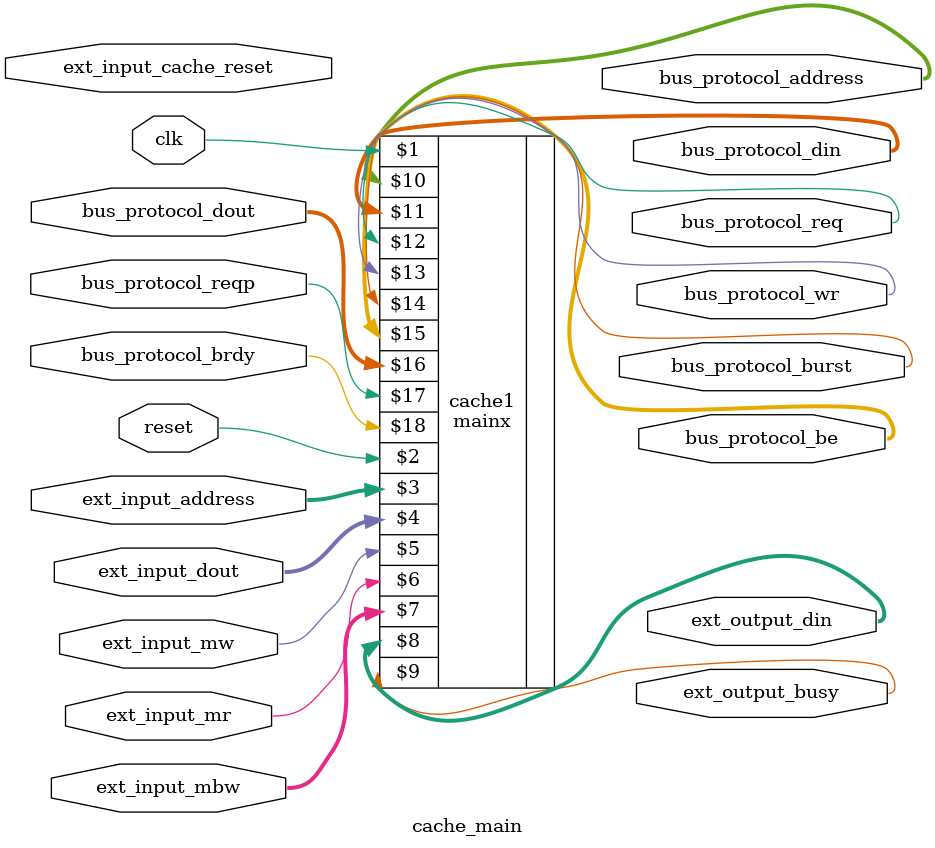
<source format=v>
module cache_main(
		clk,
		reset,
		bus_protocol_address,
		bus_protocol_din,
		bus_protocol_req,
		bus_protocol_wr,
		bus_protocol_burst,
		bus_protocol_be,
		bus_protocol_dout,
		bus_protocol_reqp,
		bus_protocol_brdy,
		ext_input_address,
		ext_input_dout,
		ext_input_mw,
		ext_input_mr,
		ext_input_mbw,
		ext_input_cache_reset,
		ext_output_din,
		ext_output_busy);
   
   input         clk;
   input 	 reset;
   output [28:0] bus_protocol_address;  
   output [63:0] bus_protocol_din;  
   output 	 bus_protocol_req;   
   output 	 bus_protocol_wr;   
   output 	 bus_protocol_burst;   
   output [7:0]  bus_protocol_be;   
   input [63:0]  bus_protocol_dout;   
   input 	 bus_protocol_reqp;   
   input 	 bus_protocol_brdy;
   input [28:0]  ext_input_address;   
   input [63:0]  ext_input_dout;   
   input 	 ext_input_mw;   
   input 	 ext_input_mr;   
   input [7:0] 	 ext_input_mbw;   
   input 	 ext_input_cache_reset;   
   output [63:0] ext_output_din;
   output 	 ext_output_busy;
   
   wire 	 dummy;
   wire 	 dummy2;   
   
   mainx cache1(clk,
		  reset,
  		  ext_input_address,
		  ext_input_dout,
		  ext_input_mw,
		  ext_input_mr,
		  ext_input_mbw,
  		  ext_output_din,
		  ext_output_busy,
		  bus_protocol_address,
		  bus_protocol_din,
		  bus_protocol_req,
		  bus_protocol_wr,
		  bus_protocol_burst,
		  bus_protocol_be,
		  bus_protocol_dout,
		  bus_protocol_reqp,
		  bus_protocol_brdy);		  
endmodule
</source>
